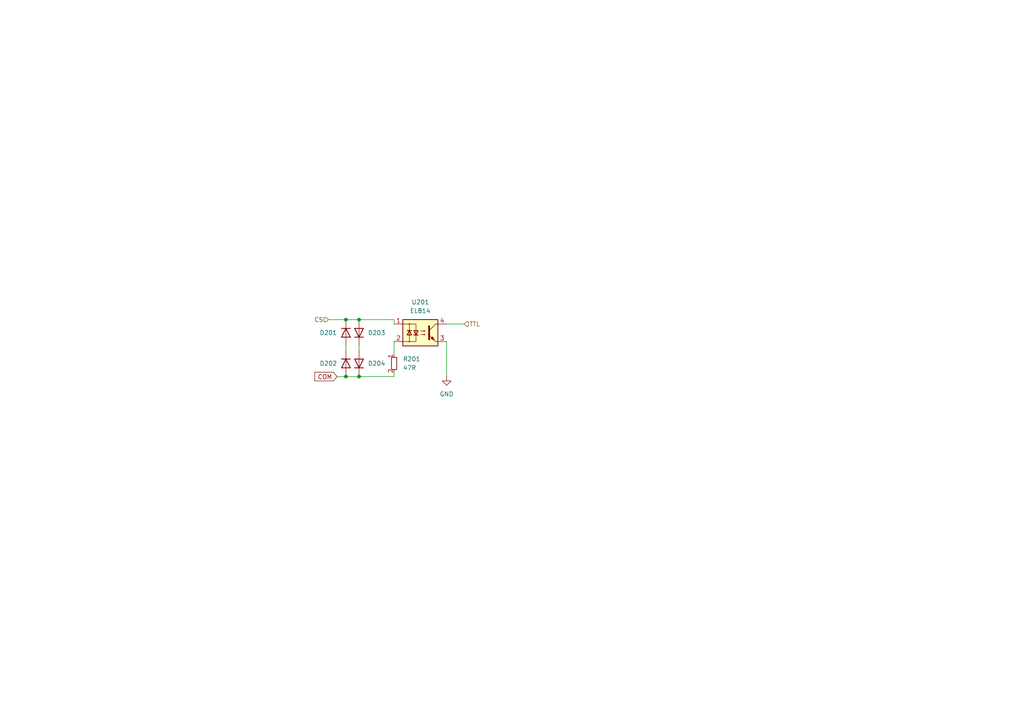
<source format=kicad_sch>
(kicad_sch (version 20230121) (generator eeschema)
  (paper "A4")
  (lib_symbols
    (symbol "custom_kicad_lib_sk:EL814S" (pin_names (offset 1.016))
      (property "Reference" "U" (at -5.334 4.826 0))
      (property "Value" "EL814" (at 0 5.08 0))
      (symbol "EL814S_0_1"
        (rectangle (start -5.08 3.81) (end 5.08 -3.81) (stroke (width 0.254)) (fill (type background)))
        (circle (center -3.175 -2.54) (radius 0.127))
        (circle (center -3.175 2.54) (radius 0.127))
        (polyline (pts (xy -3.81 0.635) (xy -2.54 0.635)) (stroke (width 0.254)))
        (polyline (pts (xy -3.175 -0.635) (xy -3.175 -2.54)))
        (polyline (pts (xy -3.175 0.635) (xy -3.175 -0.635)))
        (polyline (pts (xy -3.175 0.635) (xy -3.175 2.54)))
        (polyline (pts (xy -1.905 -0.635) (xy -0.635 -0.635)) (stroke (width 0.254)))
        (polyline (pts (xy -1.27 0.635) (xy -1.27 -0.635)))
        (polyline (pts (xy 2.54 0.635) (xy 4.445 2.54)))
        (polyline (pts (xy 4.445 -2.54) (xy 2.54 -0.635)) (fill (type outline)))
        (polyline (pts (xy 4.445 -2.54) (xy 5.08 -2.54)))
        (polyline (pts (xy 4.445 2.54) (xy 5.08 2.54)))
        (polyline (pts (xy -5.08 2.54) (xy -1.27 2.54) (xy -1.27 0.635)))
        (polyline (pts (xy -1.27 -0.635) (xy -1.27 -2.54) (xy -5.08 -2.54)))
        (polyline (pts (xy 2.54 1.905) (xy 2.54 -1.905) (xy 2.54 -1.905)) (stroke (width 0.508)))
        (polyline (pts (xy -3.175 0.635) (xy -3.81 -0.635) (xy -2.54 -0.635) (xy -3.175 0.635)) (stroke (width 0.254)))
        (polyline (pts (xy -1.27 -0.635) (xy -1.905 0.635) (xy -0.635 0.635) (xy -1.27 -0.635)) (stroke (width 0.254)))
        (polyline (pts (xy 0.127 -0.508) (xy 1.397 -0.508) (xy 1.016 -0.635) (xy 1.016 -0.381) (xy 1.397 -0.508)))
        (polyline (pts (xy 0.127 0.508) (xy 1.397 0.508) (xy 1.016 0.381) (xy 1.016 0.635) (xy 1.397 0.508)))
        (polyline (pts (xy 3.048 -1.651) (xy 3.556 -1.143) (xy 4.064 -2.159) (xy 3.048 -1.651) (xy 3.048 -1.651)) (fill (type outline)))
      )
      (symbol "EL814S_1_1"
        (pin passive line (at -7.62 2.54 0) (length 2.54) (name "~") (number "1"))
        (pin passive line (at -7.62 -2.54 0) (length 2.54) (name "~") (number "2"))
        (pin passive line (at 7.62 -2.54 180) (length 2.54) (name "~") (number "3"))
        (pin passive line (at 7.62 2.54 180) (length 2.54) (name "~") (number "4"))
      )
    )
    (symbol "custom_kicad_lib_sk:SS53" (pin_numbers hide) (pin_names (offset 1.016) hide)
      (property "Reference" "D" (at 0 2.54 0))
      (property "Value" "SS53" (at 0 -1.27 0))
      (symbol "SS53_0_1"
        (polyline (pts (xy -1.27 2.54) (xy -1.27 0)) (stroke (width 0.254)))
        (polyline (pts (xy 1.27 1.27) (xy -1.27 1.27)))
        (polyline (pts (xy 1.27 2.54) (xy 1.27 0) (xy -1.27 1.27) (xy 1.27 2.54)) (stroke (width 0.254)))
      )
      (symbol "SS53_1_1"
        (pin passive line (at -3.81 1.27 0) (length 2.54) (name "K") (number "1"))
        (pin passive line (at 3.81 1.27 180) (length 2.54) (name "A") (number "2"))
      )
    )
    (symbol "power:GND" (power) (pin_names (offset 0))
      (property "Value" "GND" (at 0 -3.81 0))
      (symbol "GND_0_1"
        (polyline (pts (xy 0 0) (xy 0 -1.27) (xy 1.27 -1.27) (xy 0 -2.54) (xy -1.27 -1.27) (xy 0 -1.27)))
      )
      (symbol "GND_1_1"
        (pin power_in line (at 0 0 270) (length 0) hide (name "GND") (number "1"))
      )
    )
    (symbol "resistors_0603:R_47R_0603"
      (property "Reference" "R" (at 1.27 2.54 0))
      (property "Value" "47R" (at 2.54 -2.54 0))
      (symbol "R_47R_0603_0_1"
        (rectangle (start -0.762 1.778) (end 0.762 -1.778) (stroke (width 0.2032)))
      )
      (symbol "R_47R_0603_1_1"
        (pin passive line (at 0 2.54 270) (length 0.762) (name "~") (number "1"))
        (pin passive line (at 0 -2.54 90) (length 0.762) (name "~") (number "2"))
      )
    )
  )
  (junction (at 100.33 92.71))
  (junction (at 104.14 109.22))
  (junction (at 100.33 109.22))
  (junction (at 104.14 92.71))
  (wire (pts (xy 100.33 100.33) (xy 100.33 101.6)))
  (wire (pts (xy 104.14 100.33) (xy 104.14 101.6)))
  (wire (pts (xy 97.79 109.22) (xy 100.33 109.22)))
  (wire (pts (xy 114.3 93.98) (xy 114.3 92.71)))
  (wire (pts (xy 100.33 92.71) (xy 104.14 92.71)))
  (wire (pts (xy 114.3 99.06) (xy 114.3 102.87)))
  (wire (pts (xy 114.3 109.22) (xy 104.14 109.22)))
  (wire (pts (xy 129.54 93.98) (xy 134.62 93.98)))
  (wire (pts (xy 95.25 92.71) (xy 100.33 92.71)))
  (wire (pts (xy 114.3 107.95) (xy 114.3 109.22)))
  (wire (pts (xy 129.54 99.06) (xy 129.54 109.22)))
  (wire (pts (xy 100.33 109.22) (xy 104.14 109.22)))
  (wire (pts (xy 104.14 92.71) (xy 114.3 92.71)))
  (global_label "COM" (shape input) (at 97.79 109.22 180) (property "Intersheetrefs" "${INTERSHEET_REFS}" (effects hide)))
  (hierarchical_label "TTL" (shape input) (at 134.62 93.98 0))
  (hierarchical_label "CS" (shape input) (at 95.25 92.71 180))
  (symbol (lib_id "custom_kicad_lib_sk:SS53") (at 99.06 96.52 270) (unit 1)
    (property "Reference" "D201" (at 97.79 96.52 90) (effects (justify right)))
    (property "Value" "SS53" (effects hide))
    (property "Footprint" "Diode_SMD:D_SMA" (effects hide))
    (property "Sim.Device" "D" (effects hide))
    (property "Sim.Pins" "1=K 2=A" (effects hide))
    (property "JLCPCB Part#" "C8678" (effects hide))
    (instances (project "CS_ADD_ON" (path "" (reference "D201") (unit 1)) (path "" (reference "D301") (unit 1)) (path "" (reference "D401") (unit 1)) (path "" (reference "D501") (unit 1))))
  )
  (symbol (lib_id "custom_kicad_lib_sk:EL814S") (at 121.92 96.52 0) (unit 1)
    (property "Reference" "U201" (at 121.92 87.63 0))
    (property "Value" "EL814" (at 121.92 90.17 0))
    (property "Footprint" "Package_DIP:SMDIP-4_W9.53mm" (effects hide))
    (property "Datasheet" "http://www.everlight.com/file/ProductFile/EL814.pdf" (effects hide))
    (property "JLCPCB Part#" "C500388" (effects hide))
    (instances (project "CS_ADD_ON" (path "" (reference "U201") (unit 1)) (path "" (reference "U301") (unit 1)) (path "" (reference "U401") (unit 1)) (path "" (reference "U501") (unit 1))))
  )
  (symbol (lib_id "custom_kicad_lib_sk:SS53") (at 99.06 105.41 270) (unit 1)
    (property "Reference" "D202" (at 97.79 105.41 90) (effects (justify right)))
    (property "Value" "SS53" (effects hide))
    (property "Footprint" "Diode_SMD:D_SMA" (effects hide))
    (property "Sim.Device" "D" (effects hide))
    (property "Sim.Pins" "1=K 2=A" (effects hide))
    (property "JLCPCB Part#" "C8678" (effects hide))
    (instances (project "CS_ADD_ON" (path "" (reference "D202") (unit 1)) (path "" (reference "D302") (unit 1)) (path "" (reference "D402") (unit 1)) (path "" (reference "D502") (unit 1))))
  )
  (symbol (lib_id "power:GND") (at 129.54 109.22 0) (unit 1)
    (property "Reference" "#PWR0102" (effects hide))
    (property "Value" "GND" (at 129.54 114.3 0))
    (instances (project "CS_ADD_ON" (path "" (reference "#PWR0102") (unit 1)) (path "" (reference "#PWR0103") (unit 1)) (path "" (reference "#PWR0104") (unit 1)) (path "" (reference "#PWR0105") (unit 1))))
  )
  (symbol (lib_id "custom_kicad_lib_sk:SS53") (at 105.41 105.41 90) (unit 1)
    (property "Reference" "D204" (at 106.68 105.41 90) (effects (justify right)))
    (property "Value" "SS53" (effects hide))
    (property "Footprint" "Diode_SMD:D_SMA" (effects hide))
    (property "Sim.Device" "D" (effects hide))
    (property "Sim.Pins" "1=K 2=A" (effects hide))
    (property "JLCPCB Part#" "C8678" (effects hide))
    (instances (project "CS_ADD_ON" (path "" (reference "D204") (unit 1)) (path "" (reference "D304") (unit 1)) (path "" (reference "D404") (unit 1)) (path "" (reference "D504") (unit 1))))
  )
  (symbol (lib_id "resistors_0603:R_47R_0603") (at 114.3 105.41 0) (unit 1)
    (property "Reference" "R201" (at 116.84 104.14 0) (effects (justify left)))
    (property "Value" "47R" (at 116.84 106.68 0) (effects (justify left)))
    (property "Footprint" "custom_kicad_lib_sk:R_0603_smalltext" (effects hide))
    (property "JLCPCB Part#" "C23182" (effects hide))
    (instances (project "CS_ADD_ON" (path "" (reference "R201") (unit 1)) (path "" (reference "R301") (unit 1)) (path "" (reference "R401") (unit 1)) (path "" (reference "R501") (unit 1))))
  )
  (symbol (lib_id "custom_kicad_lib_sk:SS53") (at 105.41 96.52 90) (unit 1)
    (property "Reference" "D203" (at 106.68 96.52 90) (effects (justify right)))
    (property "Value" "SS53" (effects hide))
    (property "Footprint" "Diode_SMD:D_SMA" (effects hide))
    (property "Sim.Device" "D" (effects hide))
    (property "Sim.Pins" "1=K 2=A" (effects hide))
    (property "JLCPCB Part#" "C8678" (effects hide))
    (instances (project "CS_ADD_ON" (path "" (reference "D203") (unit 1)) (path "" (reference "D303") (unit 1)) (path "" (reference "D403") (unit 1)) (path "" (reference "D503") (unit 1))))
  )
)
</source>
